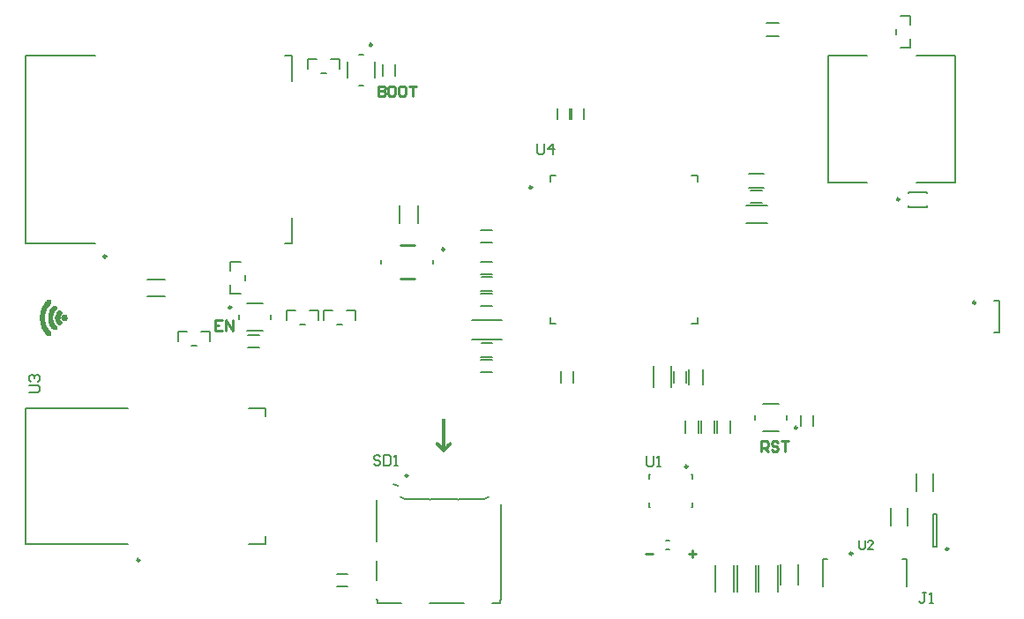
<source format=gto>
G04*
G04 #@! TF.GenerationSoftware,Altium Limited,Altium Designer,21.1.1 (26)*
G04*
G04 Layer_Color=65535*
%FSLAX44Y44*%
%MOMM*%
G71*
G04*
G04 #@! TF.SameCoordinates,E069ABF9-E8C7-48A9-8C9A-FF8294D84A43*
G04*
G04*
G04 #@! TF.FilePolarity,Positive*
G04*
G01*
G75*
%ADD10C,0.2500*%
%ADD11C,0.2000*%
%ADD12C,0.2540*%
G36*
X135195Y373508D02*
X135753D01*
Y373397D01*
X136089D01*
Y373285D01*
X136312D01*
Y373173D01*
X136424D01*
Y373061D01*
X136535D01*
Y372950D01*
X136647D01*
Y372838D01*
X136759D01*
Y372726D01*
X136870D01*
Y372615D01*
X136982D01*
Y372503D01*
X137094D01*
Y372391D01*
X137317D01*
Y372280D01*
X137429D01*
Y372056D01*
X137541D01*
Y371945D01*
X137652D01*
Y371721D01*
X137764D01*
Y371051D01*
X137876D01*
Y370381D01*
X137764D01*
Y370046D01*
X137652D01*
Y369934D01*
X137429D01*
Y369822D01*
X137205D01*
Y369711D01*
X137094D01*
Y369599D01*
X136982D01*
Y369487D01*
X136870D01*
Y369264D01*
X136759D01*
Y369040D01*
X136647D01*
Y368817D01*
X136535D01*
Y368705D01*
X136312D01*
Y368594D01*
X136089D01*
Y368482D01*
X135977D01*
Y368370D01*
X135865D01*
Y368259D01*
X135753D01*
Y367924D01*
X135642D01*
Y367365D01*
X135753D01*
Y367030D01*
X135865D01*
Y366807D01*
X135977D01*
Y366695D01*
X136647D01*
Y366807D01*
X136759D01*
Y366918D01*
X136870D01*
Y367142D01*
X136982D01*
Y367589D01*
X137094D01*
Y367924D01*
X137205D01*
Y368147D01*
X137317D01*
Y368259D01*
X137541D01*
Y368370D01*
X137764D01*
Y368482D01*
X137876D01*
Y368594D01*
X137987D01*
Y368705D01*
X138099D01*
Y368817D01*
X138211D01*
Y369152D01*
X138322D01*
Y369264D01*
X138434D01*
Y369376D01*
X138658D01*
Y369487D01*
X139328D01*
Y369376D01*
X141115D01*
Y369264D01*
X141450D01*
Y369152D01*
X141673D01*
Y369040D01*
X141785D01*
Y368929D01*
X141897D01*
Y368817D01*
X142008D01*
Y368482D01*
X142120D01*
Y368035D01*
X142232D01*
Y367589D01*
X142343D01*
Y367365D01*
X142455D01*
Y367253D01*
X142567D01*
Y367030D01*
X142678D01*
Y366918D01*
X142790D01*
Y366807D01*
X142902D01*
Y366695D01*
X143014D01*
Y365913D01*
X142902D01*
Y365801D01*
X142790D01*
Y365690D01*
X142678D01*
Y365578D01*
X142567D01*
Y365355D01*
X142455D01*
Y365243D01*
X142343D01*
Y365019D01*
X142232D01*
Y364573D01*
X142120D01*
Y364238D01*
X142008D01*
Y363903D01*
X141897D01*
Y363791D01*
X141785D01*
Y363679D01*
X141673D01*
Y363568D01*
X141562D01*
Y363456D01*
X141338D01*
Y363344D01*
X141003D01*
Y363232D01*
X139216D01*
Y363121D01*
X138769D01*
Y363232D01*
X138434D01*
Y363344D01*
X138322D01*
Y363568D01*
X138211D01*
Y363791D01*
X138099D01*
Y364014D01*
X137987D01*
Y364126D01*
X137764D01*
Y364238D01*
X137541D01*
Y364349D01*
X137317D01*
Y364461D01*
X137205D01*
Y364684D01*
X137094D01*
Y365019D01*
X136982D01*
Y365466D01*
X136870D01*
Y365690D01*
X136759D01*
Y365801D01*
X136647D01*
Y365913D01*
X136089D01*
Y365801D01*
X135977D01*
Y365690D01*
X135865D01*
Y365578D01*
X135753D01*
Y365243D01*
X135642D01*
Y364684D01*
X135753D01*
Y364349D01*
X135865D01*
Y364238D01*
X135977D01*
Y364126D01*
X136200D01*
Y364014D01*
X136312D01*
Y363903D01*
X136535D01*
Y363791D01*
X136647D01*
Y363568D01*
X136759D01*
Y363344D01*
X136870D01*
Y363121D01*
X136982D01*
Y363009D01*
X137094D01*
Y362897D01*
X137317D01*
Y362786D01*
X137541D01*
Y362674D01*
X137652D01*
Y362562D01*
X137764D01*
Y362339D01*
X137876D01*
Y361557D01*
X137764D01*
Y360998D01*
X137652D01*
Y360775D01*
X137541D01*
Y360552D01*
X137429D01*
Y360440D01*
X137317D01*
Y360328D01*
X137205D01*
Y360217D01*
X137094D01*
Y360105D01*
X136982D01*
Y359993D01*
X136870D01*
Y359882D01*
X136647D01*
Y359770D01*
X136535D01*
Y359658D01*
X136424D01*
Y359547D01*
X136312D01*
Y359435D01*
X136089D01*
Y359323D01*
X135753D01*
Y359211D01*
X135418D01*
Y359100D01*
X134860D01*
Y358988D01*
X134637D01*
Y359100D01*
X134302D01*
Y359211D01*
X134190D01*
Y359323D01*
X134078D01*
Y359435D01*
X133966D01*
Y359547D01*
X133855D01*
Y359658D01*
X133631D01*
Y359770D01*
X133520D01*
Y359882D01*
X133296D01*
Y359993D01*
X133184D01*
Y360105D01*
X132961D01*
Y360217D01*
X132850D01*
Y360328D01*
X132738D01*
Y360552D01*
X132626D01*
Y360663D01*
X132514D01*
Y360775D01*
X132403D01*
Y360887D01*
X132291D01*
Y360998D01*
X132179D01*
Y361110D01*
X132068D01*
Y361222D01*
X131956D01*
Y361334D01*
X131844D01*
Y361557D01*
X131733D01*
Y362562D01*
X131621D01*
Y362897D01*
X131509D01*
Y363009D01*
X131397D01*
Y363121D01*
X131286D01*
Y363232D01*
X131174D01*
Y363344D01*
X131062D01*
Y363456D01*
X130951D01*
Y363568D01*
X130839D01*
Y363791D01*
X130727D01*
Y364908D01*
X130616D01*
Y367700D01*
X130727D01*
Y368929D01*
X130839D01*
Y369040D01*
X130951D01*
Y369264D01*
X131174D01*
Y369376D01*
X131286D01*
Y369487D01*
X131397D01*
Y369599D01*
X131509D01*
Y369711D01*
X131621D01*
Y370046D01*
X131733D01*
Y371051D01*
X131844D01*
Y371274D01*
X131956D01*
Y371386D01*
X132068D01*
Y371498D01*
X132179D01*
Y371609D01*
X132291D01*
Y371721D01*
X132403D01*
Y371833D01*
X132514D01*
Y371945D01*
X132626D01*
Y372056D01*
X132738D01*
Y372280D01*
X132850D01*
Y372391D01*
X132961D01*
Y372503D01*
X133073D01*
Y372615D01*
X133296D01*
Y372726D01*
X133408D01*
Y372838D01*
X133631D01*
Y372950D01*
X133743D01*
Y373061D01*
X133855D01*
Y373173D01*
X133966D01*
Y373285D01*
X134078D01*
Y373397D01*
X134190D01*
Y373508D01*
X134413D01*
Y373620D01*
X135195D01*
Y373508D01*
D02*
G37*
G36*
X129610Y377976D02*
X131397D01*
Y377864D01*
X131733D01*
Y377753D01*
X131956D01*
Y377641D01*
X132068D01*
Y377529D01*
X132179D01*
Y377417D01*
X132291D01*
Y377194D01*
X132403D01*
Y376971D01*
X132514D01*
Y374402D01*
X132403D01*
Y374290D01*
X132291D01*
Y374178D01*
X132179D01*
Y374067D01*
X132068D01*
Y373955D01*
X131956D01*
Y373843D01*
X131844D01*
Y373732D01*
X131733D01*
Y373620D01*
X131621D01*
Y373508D01*
X131509D01*
Y373397D01*
X131397D01*
Y373173D01*
X131286D01*
Y373061D01*
X131174D01*
Y372950D01*
X130951D01*
Y372838D01*
X130839D01*
Y372726D01*
X130727D01*
Y372615D01*
X130616D01*
Y372503D01*
X130504D01*
Y372280D01*
X130392D01*
Y371945D01*
X130281D01*
Y371609D01*
X130169D01*
Y371386D01*
X130057D01*
Y371163D01*
X129945D01*
Y371051D01*
X129834D01*
Y370939D01*
X129722D01*
Y370716D01*
X129610D01*
Y370604D01*
X129499D01*
Y370381D01*
X129387D01*
Y369934D01*
X129275D01*
Y369487D01*
X129164D01*
Y369040D01*
X129052D01*
Y368370D01*
X128940D01*
Y368035D01*
X128828D01*
Y367812D01*
X128717D01*
Y367700D01*
X128605D01*
Y367477D01*
X128493D01*
Y367365D01*
X128382D01*
Y367030D01*
X128270D01*
Y365578D01*
X128382D01*
Y365243D01*
X128493D01*
Y365131D01*
X128605D01*
Y364908D01*
X128717D01*
Y364796D01*
X128828D01*
Y364573D01*
X128940D01*
Y364349D01*
X129052D01*
Y363791D01*
X129164D01*
Y363121D01*
X129275D01*
Y362674D01*
X129387D01*
Y362227D01*
X129499D01*
Y362004D01*
X129610D01*
Y361892D01*
X129722D01*
Y361780D01*
X129834D01*
Y361669D01*
X129945D01*
Y361445D01*
X130057D01*
Y361334D01*
X130169D01*
Y361110D01*
X130281D01*
Y360663D01*
X130392D01*
Y360328D01*
X130504D01*
Y360105D01*
X130616D01*
Y359993D01*
X130727D01*
Y359882D01*
X130839D01*
Y359770D01*
X131062D01*
Y359658D01*
X131174D01*
Y359547D01*
X131286D01*
Y359435D01*
X131397D01*
Y359323D01*
X131509D01*
Y359100D01*
X131621D01*
Y358988D01*
X131733D01*
Y358876D01*
X131844D01*
Y358765D01*
X131956D01*
Y358653D01*
X132179D01*
Y358541D01*
X132291D01*
Y358430D01*
X132403D01*
Y358206D01*
X132514D01*
Y357983D01*
X132626D01*
Y357536D01*
X132514D01*
Y356531D01*
X132626D01*
Y356419D01*
X132514D01*
Y355749D01*
X132403D01*
Y355414D01*
X132291D01*
Y355302D01*
X132179D01*
Y355079D01*
X132068D01*
Y354967D01*
X131844D01*
Y354855D01*
X131733D01*
Y354744D01*
X131397D01*
Y354632D01*
X129499D01*
Y354520D01*
X129275D01*
Y354632D01*
X128828D01*
Y354744D01*
X128717D01*
Y354855D01*
X128605D01*
Y354967D01*
X128493D01*
Y355191D01*
X128382D01*
Y355302D01*
X128270D01*
Y355414D01*
X128158D01*
Y355526D01*
X128047D01*
Y355637D01*
X127823D01*
Y355749D01*
X127711D01*
Y355861D01*
X127600D01*
Y355972D01*
X127488D01*
Y356084D01*
X127376D01*
Y356307D01*
X127265D01*
Y356419D01*
X127153D01*
Y356531D01*
X127041D01*
Y356642D01*
X126930D01*
Y356754D01*
X126818D01*
Y356866D01*
X126595D01*
Y356978D01*
X126483D01*
Y357201D01*
X126371D01*
Y357313D01*
X126259D01*
Y357536D01*
X126148D01*
Y357759D01*
X126036D01*
Y357983D01*
X125924D01*
Y358094D01*
X125813D01*
Y358206D01*
X125701D01*
Y358318D01*
X125589D01*
Y358430D01*
X125478D01*
Y358653D01*
X125366D01*
Y358988D01*
X125254D01*
Y360663D01*
X125143D01*
Y360775D01*
X125031D01*
Y360887D01*
X124919D01*
Y360998D01*
X124808D01*
Y361110D01*
X124584D01*
Y361222D01*
X124472D01*
Y361334D01*
X124361D01*
Y361445D01*
X124249D01*
Y361780D01*
X124137D01*
Y362562D01*
X124249D01*
Y370046D01*
X124137D01*
Y370939D01*
X124249D01*
Y371163D01*
X124361D01*
Y371274D01*
X124472D01*
Y371386D01*
X124584D01*
Y371498D01*
X124808D01*
Y371609D01*
X124919D01*
Y371721D01*
X125031D01*
Y371833D01*
X125143D01*
Y371945D01*
X125254D01*
Y373732D01*
X125366D01*
Y374067D01*
X125478D01*
Y374290D01*
X125589D01*
Y374402D01*
X125701D01*
Y374514D01*
X125813D01*
Y374625D01*
X125924D01*
Y374737D01*
X126036D01*
Y374849D01*
X126148D01*
Y375072D01*
X126259D01*
Y375295D01*
X126371D01*
Y375519D01*
X126483D01*
Y375630D01*
X126595D01*
Y375742D01*
X126818D01*
Y375854D01*
X126930D01*
Y375965D01*
X127041D01*
Y376077D01*
X127153D01*
Y376189D01*
X127265D01*
Y376301D01*
X127376D01*
Y376524D01*
X127488D01*
Y376636D01*
X127600D01*
Y376747D01*
X127711D01*
Y376859D01*
X127823D01*
Y376971D01*
X128047D01*
Y377082D01*
X128158D01*
Y377194D01*
X128270D01*
Y377306D01*
X128382D01*
Y377417D01*
X128493D01*
Y377641D01*
X128605D01*
Y377753D01*
X128717D01*
Y377864D01*
X128828D01*
Y377976D01*
X129052D01*
Y378088D01*
X129610D01*
Y377976D01*
D02*
G37*
G36*
X126706Y382891D02*
X126818D01*
Y382667D01*
X126930D01*
Y382444D01*
X127041D01*
Y382220D01*
X127153D01*
Y381774D01*
X127265D01*
Y380880D01*
X127153D01*
Y380210D01*
X127041D01*
Y379986D01*
X126930D01*
Y379763D01*
X126818D01*
Y379651D01*
X126706D01*
Y379540D01*
X126595D01*
Y379428D01*
X126483D01*
Y379316D01*
X126259D01*
Y379093D01*
X126148D01*
Y378981D01*
X126036D01*
Y378870D01*
X125924D01*
Y378646D01*
X125813D01*
Y378535D01*
X125701D01*
Y378423D01*
X125589D01*
Y378311D01*
X125366D01*
Y378088D01*
X125254D01*
Y377976D01*
X125143D01*
Y377864D01*
X125031D01*
Y377641D01*
X124919D01*
Y377529D01*
X124808D01*
Y377417D01*
X124696D01*
Y377306D01*
X124584D01*
Y377194D01*
X124472D01*
Y377082D01*
X124249D01*
Y376971D01*
X124137D01*
Y376747D01*
X124026D01*
Y376524D01*
X123914D01*
Y376077D01*
X123802D01*
Y375854D01*
X123691D01*
Y375630D01*
X123579D01*
Y375519D01*
X123467D01*
Y375407D01*
X123356D01*
Y375295D01*
X123244D01*
Y375184D01*
X123132D01*
Y374960D01*
X123020D01*
Y374737D01*
X122909D01*
Y374290D01*
X122797D01*
Y373843D01*
X122685D01*
Y373620D01*
X122574D01*
Y373508D01*
X122462D01*
Y373397D01*
X122350D01*
Y373173D01*
X122239D01*
Y373061D01*
X122127D01*
Y372950D01*
X122015D01*
Y372726D01*
X121903D01*
Y372280D01*
X121792D01*
Y371386D01*
X121680D01*
Y370716D01*
X121568D01*
Y370381D01*
X121457D01*
Y370157D01*
X121345D01*
Y370046D01*
X121233D01*
Y369934D01*
X121122D01*
Y369822D01*
X121010D01*
Y369599D01*
X120898D01*
Y369376D01*
X120787D01*
Y363232D01*
X120898D01*
Y363009D01*
X121010D01*
Y362897D01*
X121122D01*
Y362786D01*
X121233D01*
Y362562D01*
X121345D01*
Y362451D01*
X121457D01*
Y362339D01*
X121568D01*
Y362004D01*
X121680D01*
Y361334D01*
X121792D01*
Y360328D01*
X121903D01*
Y359882D01*
X122015D01*
Y359658D01*
X122127D01*
Y359547D01*
X122239D01*
Y359435D01*
X122350D01*
Y359323D01*
X122462D01*
Y359211D01*
X122574D01*
Y358988D01*
X122685D01*
Y358765D01*
X122797D01*
Y358318D01*
X122909D01*
Y357983D01*
X123020D01*
Y357648D01*
X123132D01*
Y357536D01*
X123244D01*
Y357424D01*
X123356D01*
Y357313D01*
X123467D01*
Y357201D01*
X123579D01*
Y356978D01*
X123691D01*
Y356866D01*
X123802D01*
Y356531D01*
X123914D01*
Y356084D01*
X124026D01*
Y355861D01*
X124137D01*
Y355749D01*
X124249D01*
Y355637D01*
X124361D01*
Y355526D01*
X124472D01*
Y355414D01*
X124584D01*
Y355302D01*
X124808D01*
Y355191D01*
X124919D01*
Y354967D01*
X125031D01*
Y354855D01*
X125143D01*
Y354632D01*
X125254D01*
Y354520D01*
X125366D01*
Y354409D01*
X125478D01*
Y354297D01*
X125589D01*
Y354185D01*
X125701D01*
Y354073D01*
X125813D01*
Y353962D01*
X125924D01*
Y353850D01*
X126036D01*
Y353738D01*
X126148D01*
Y353515D01*
X126259D01*
Y353403D01*
X126371D01*
Y353292D01*
X126483D01*
Y353180D01*
X126706D01*
Y353068D01*
X126818D01*
Y352957D01*
X126930D01*
Y352733D01*
X127041D01*
Y352510D01*
X127153D01*
Y351616D01*
X127265D01*
Y350834D01*
X127153D01*
Y350499D01*
X127041D01*
Y350276D01*
X126930D01*
Y350052D01*
X126818D01*
Y349941D01*
X126706D01*
Y349717D01*
X126595D01*
Y349159D01*
X122574D01*
Y349606D01*
X122462D01*
Y349829D01*
X122350D01*
Y350052D01*
X122239D01*
Y350164D01*
X122127D01*
Y350276D01*
X122015D01*
Y350388D01*
X121903D01*
Y350499D01*
X121792D01*
Y350611D01*
X121568D01*
Y350723D01*
X121457D01*
Y350834D01*
X121345D01*
Y351058D01*
X121233D01*
Y351281D01*
X121122D01*
Y351616D01*
X121010D01*
Y351951D01*
X120898D01*
Y352175D01*
X120787D01*
Y352286D01*
X120675D01*
Y352398D01*
X120451D01*
Y352510D01*
X120228D01*
Y352621D01*
X120116D01*
Y352733D01*
X120005D01*
Y352957D01*
X119893D01*
Y353180D01*
X119781D01*
Y353403D01*
X119670D01*
Y353515D01*
X119558D01*
Y353627D01*
X119446D01*
Y353738D01*
X119334D01*
Y353850D01*
X119223D01*
Y353962D01*
X119111D01*
Y354073D01*
X118999D01*
Y354409D01*
X118888D01*
Y355079D01*
X118776D01*
Y355414D01*
X118664D01*
Y355637D01*
X118553D01*
Y355749D01*
X118441D01*
Y355861D01*
X118218D01*
Y355972D01*
X118106D01*
Y356084D01*
X117994D01*
Y356307D01*
X117882D01*
Y356531D01*
X117771D01*
Y358430D01*
X117659D01*
Y358653D01*
X117547D01*
Y358765D01*
X117436D01*
Y358876D01*
X117324D01*
Y358988D01*
X117101D01*
Y359100D01*
X116989D01*
Y359211D01*
X116877D01*
Y359323D01*
X116766D01*
Y359658D01*
X116654D01*
Y361669D01*
X116766D01*
Y362451D01*
X116654D01*
Y362897D01*
X116542D01*
Y363121D01*
X116431D01*
Y363232D01*
X116319D01*
Y363456D01*
X116207D01*
Y363568D01*
X116095D01*
Y363679D01*
X115984D01*
Y364014D01*
X115872D01*
Y364573D01*
X115984D01*
Y368035D01*
X115872D01*
Y368594D01*
X115984D01*
Y368929D01*
X116095D01*
Y369040D01*
X116207D01*
Y369152D01*
X116319D01*
Y369376D01*
X116431D01*
Y369487D01*
X116542D01*
Y369711D01*
X116654D01*
Y370157D01*
X116766D01*
Y370939D01*
X116654D01*
Y373061D01*
X116766D01*
Y373285D01*
X116877D01*
Y373508D01*
X117101D01*
Y373620D01*
X117212D01*
Y373732D01*
X117436D01*
Y373843D01*
X117547D01*
Y373955D01*
X117659D01*
Y374178D01*
X117771D01*
Y376189D01*
X117882D01*
Y376412D01*
X117994D01*
Y376524D01*
X118106D01*
Y376636D01*
X118218D01*
Y376747D01*
X118329D01*
Y376859D01*
X118441D01*
Y376971D01*
X118553D01*
Y377082D01*
X118664D01*
Y377194D01*
X118776D01*
Y377529D01*
X118888D01*
Y378311D01*
X118999D01*
Y378535D01*
X119111D01*
Y378758D01*
X119334D01*
Y378870D01*
X119446D01*
Y378981D01*
X119558D01*
Y379093D01*
X119670D01*
Y379316D01*
X119781D01*
Y379540D01*
X119893D01*
Y379651D01*
X120005D01*
Y379875D01*
X120116D01*
Y379986D01*
X120228D01*
Y380098D01*
X120451D01*
Y380210D01*
X120563D01*
Y380322D01*
X120787D01*
Y380545D01*
X120898D01*
Y380657D01*
X121010D01*
Y381103D01*
X121122D01*
Y381438D01*
X121233D01*
Y381662D01*
X121345D01*
Y381774D01*
X121457D01*
Y381885D01*
X121568D01*
Y381997D01*
X121680D01*
Y382109D01*
X121792D01*
Y382220D01*
X121903D01*
Y382332D01*
X122015D01*
Y382444D01*
X122127D01*
Y382555D01*
X122239D01*
Y382667D01*
X122350D01*
Y383002D01*
X122462D01*
Y383449D01*
X126706D01*
Y382891D01*
D02*
G37*
G36*
X503565Y269600D02*
X503693D01*
Y269584D01*
X503884D01*
Y269568D01*
X503948D01*
Y269552D01*
X504012D01*
Y269536D01*
X504060D01*
Y269520D01*
X504124D01*
Y269504D01*
X504203D01*
Y269488D01*
X504267D01*
Y269472D01*
X504331D01*
Y269456D01*
X504379D01*
Y269440D01*
X504411D01*
Y269424D01*
X504443D01*
Y269408D01*
X504459D01*
Y269392D01*
X504491D01*
Y269376D01*
X504523D01*
Y269360D01*
X504554D01*
Y269345D01*
X504586D01*
Y269328D01*
X504618D01*
Y269313D01*
X504650D01*
Y269297D01*
X504682D01*
Y269281D01*
X504698D01*
Y269265D01*
X504714D01*
Y269249D01*
X504730D01*
Y269233D01*
X504762D01*
Y269217D01*
X504778D01*
Y269201D01*
X504810D01*
Y269185D01*
X504842D01*
Y269169D01*
X504858D01*
Y269153D01*
X504874D01*
Y269137D01*
X504906D01*
Y269121D01*
X504921D01*
Y269105D01*
X504938D01*
Y269089D01*
X504953D01*
Y269073D01*
X504969D01*
Y269057D01*
X504985D01*
Y269041D01*
X505001D01*
Y269025D01*
X505017D01*
Y269009D01*
X505033D01*
Y268993D01*
X505049D01*
Y268977D01*
X505065D01*
Y268962D01*
X505081D01*
Y268946D01*
X505097D01*
Y268930D01*
X505113D01*
Y268914D01*
X505129D01*
Y268898D01*
X505145D01*
Y268866D01*
X505161D01*
Y268850D01*
X505177D01*
Y268834D01*
X505193D01*
Y268802D01*
X505209D01*
Y268786D01*
X505225D01*
Y268770D01*
X505241D01*
Y268754D01*
X505257D01*
Y268722D01*
X505273D01*
Y268706D01*
X505289D01*
Y268690D01*
X505304D01*
Y268658D01*
X505321D01*
Y268610D01*
X505336D01*
Y268578D01*
X505352D01*
Y268547D01*
X505368D01*
Y268515D01*
X505384D01*
Y268499D01*
X505400D01*
Y268483D01*
X505416D01*
Y268467D01*
X505432D01*
Y268435D01*
X505448D01*
Y268387D01*
X505464D01*
Y268339D01*
X505480D01*
Y268291D01*
X505496D01*
Y268243D01*
X505512D01*
Y268211D01*
X505528D01*
Y268179D01*
X505544D01*
Y268148D01*
X505560D01*
Y268100D01*
X505576D01*
Y268052D01*
X505592D01*
Y267956D01*
X505608D01*
Y267828D01*
X505624D01*
Y265865D01*
X505608D01*
Y263360D01*
X505624D01*
Y260886D01*
X505608D01*
Y258397D01*
X505624D01*
Y255875D01*
X505608D01*
Y253370D01*
X505624D01*
Y250912D01*
X505608D01*
Y248375D01*
X505624D01*
Y245933D01*
X505608D01*
Y243683D01*
X505624D01*
Y243667D01*
X505640D01*
Y243651D01*
X505719D01*
Y243667D01*
X505735D01*
Y243683D01*
X505751D01*
Y243699D01*
X505767D01*
Y243715D01*
X505783D01*
Y243731D01*
X505799D01*
Y243747D01*
X505815D01*
Y243779D01*
X505831D01*
Y243795D01*
X505847D01*
Y243811D01*
X505863D01*
Y243827D01*
X505879D01*
Y243843D01*
X505895D01*
Y243874D01*
X505911D01*
Y243890D01*
X505927D01*
Y243906D01*
X505943D01*
Y243922D01*
X505959D01*
Y243938D01*
X505975D01*
Y243954D01*
X505991D01*
Y243970D01*
X506023D01*
Y244002D01*
X506039D01*
Y244018D01*
X506055D01*
Y244034D01*
X506071D01*
Y244050D01*
X506087D01*
Y244066D01*
X506102D01*
Y244082D01*
X506118D01*
Y244098D01*
X506134D01*
Y244114D01*
X506150D01*
Y244130D01*
X506166D01*
Y244146D01*
X506182D01*
Y244162D01*
X506198D01*
Y244178D01*
X506214D01*
Y244194D01*
X506230D01*
Y244226D01*
X506246D01*
Y244242D01*
X506262D01*
Y244258D01*
X506278D01*
Y244273D01*
X506294D01*
Y244289D01*
X506310D01*
Y244305D01*
X506326D01*
Y244321D01*
X506342D01*
Y244337D01*
X506358D01*
Y244353D01*
X506374D01*
Y244369D01*
X506390D01*
Y244385D01*
X506406D01*
Y244401D01*
X506438D01*
Y244417D01*
X506454D01*
Y244433D01*
X506469D01*
Y244449D01*
X506485D01*
Y244465D01*
X506501D01*
Y244481D01*
X506517D01*
Y244497D01*
X506533D01*
Y244513D01*
X506549D01*
Y244545D01*
X506565D01*
Y244561D01*
X506581D01*
Y244577D01*
X506613D01*
Y244593D01*
X506629D01*
Y244609D01*
X506645D01*
Y244625D01*
X506661D01*
Y244641D01*
X506677D01*
Y244657D01*
X506693D01*
Y244688D01*
X506709D01*
Y244704D01*
X506725D01*
Y244720D01*
X506741D01*
Y244736D01*
X506757D01*
Y244752D01*
X506773D01*
Y244768D01*
X506789D01*
Y244784D01*
X506805D01*
Y244800D01*
X506821D01*
Y244816D01*
X506837D01*
Y244832D01*
X506852D01*
Y244848D01*
X506869D01*
Y244864D01*
X506884D01*
Y244880D01*
X506900D01*
Y244896D01*
X506916D01*
Y244912D01*
X506932D01*
Y244928D01*
X506948D01*
Y244944D01*
X506964D01*
Y244960D01*
X506980D01*
Y244976D01*
X506996D01*
Y244992D01*
X507012D01*
Y245007D01*
X507028D01*
Y245023D01*
X507044D01*
Y245040D01*
X507060D01*
Y245055D01*
X507076D01*
Y245071D01*
X507092D01*
Y245087D01*
X507108D01*
Y245103D01*
X507124D01*
Y245119D01*
X507140D01*
Y245135D01*
X507156D01*
Y245151D01*
X507172D01*
Y245167D01*
X507188D01*
Y245183D01*
X507204D01*
Y245199D01*
X507220D01*
Y245215D01*
X507235D01*
Y245231D01*
X507252D01*
Y245247D01*
X507267D01*
Y245263D01*
X507283D01*
Y245279D01*
X507299D01*
Y245295D01*
X507315D01*
Y245311D01*
X507331D01*
Y245327D01*
X507347D01*
Y245343D01*
X507363D01*
Y245359D01*
X507379D01*
Y245375D01*
X507395D01*
Y245390D01*
X507411D01*
Y245406D01*
X507427D01*
Y245422D01*
X507443D01*
Y245438D01*
X507459D01*
Y245454D01*
X507475D01*
Y245470D01*
X507491D01*
Y245486D01*
X507507D01*
Y245502D01*
X507523D01*
Y245518D01*
X507539D01*
Y245534D01*
X507555D01*
Y245550D01*
X507587D01*
Y245566D01*
X507603D01*
Y245598D01*
X507618D01*
Y245614D01*
X507635D01*
Y245630D01*
X507650D01*
Y245646D01*
X507666D01*
Y245662D01*
X507682D01*
Y245678D01*
X507698D01*
Y245694D01*
X507714D01*
Y245710D01*
X507730D01*
Y245726D01*
X507746D01*
Y245742D01*
X507762D01*
Y245758D01*
X507778D01*
Y245774D01*
X507794D01*
Y245790D01*
X507810D01*
Y245805D01*
X507826D01*
Y245821D01*
X507842D01*
Y245837D01*
X507858D01*
Y245853D01*
X507874D01*
Y245869D01*
X507906D01*
Y245885D01*
X507922D01*
Y245901D01*
X507938D01*
Y245917D01*
X507970D01*
Y245933D01*
X507986D01*
Y245949D01*
X508002D01*
Y245965D01*
X508018D01*
Y245981D01*
X508033D01*
Y245997D01*
X508049D01*
Y246029D01*
X508065D01*
Y246045D01*
X508097D01*
Y246061D01*
X508113D01*
Y246077D01*
X508129D01*
Y246093D01*
X508145D01*
Y246109D01*
X508161D01*
Y246125D01*
X508177D01*
Y246141D01*
X508193D01*
Y246157D01*
X508209D01*
Y246173D01*
X508225D01*
Y246189D01*
X508241D01*
Y246204D01*
X508257D01*
Y246220D01*
X508273D01*
Y246236D01*
X508289D01*
Y246252D01*
X508305D01*
Y246268D01*
X508321D01*
Y246284D01*
X508337D01*
Y246300D01*
X508353D01*
Y246316D01*
X508369D01*
Y246332D01*
X508385D01*
Y246348D01*
X508400D01*
Y246364D01*
X508416D01*
Y246380D01*
X508432D01*
Y246396D01*
X508448D01*
Y246412D01*
X508464D01*
Y246428D01*
X508480D01*
Y246444D01*
X508496D01*
Y246460D01*
X508512D01*
Y246492D01*
X508528D01*
Y246508D01*
X508544D01*
Y246524D01*
X508576D01*
Y246540D01*
X508592D01*
Y246556D01*
X508608D01*
Y246572D01*
X508624D01*
Y246587D01*
X508640D01*
Y246603D01*
X508656D01*
Y246635D01*
X508672D01*
Y246651D01*
X508688D01*
Y246667D01*
X508704D01*
Y246683D01*
X508720D01*
Y246699D01*
X508736D01*
Y246715D01*
X508752D01*
Y246731D01*
X508768D01*
Y246747D01*
X508783D01*
Y246763D01*
X508800D01*
Y246779D01*
X508815D01*
Y246795D01*
X508831D01*
Y246811D01*
X508847D01*
Y246827D01*
X508879D01*
Y246843D01*
X508927D01*
Y246859D01*
X508943D01*
Y246875D01*
X508975D01*
Y246891D01*
X508991D01*
Y246907D01*
X509007D01*
Y246923D01*
X509023D01*
Y246938D01*
X509055D01*
Y246954D01*
X509087D01*
Y246970D01*
X509119D01*
Y246986D01*
X509166D01*
Y247002D01*
X509198D01*
Y247018D01*
X509246D01*
Y247034D01*
X509278D01*
Y247050D01*
X509310D01*
Y247066D01*
X509342D01*
Y247082D01*
X509390D01*
Y247098D01*
X509470D01*
Y247114D01*
X509581D01*
Y247130D01*
X509741D01*
Y247146D01*
X509933D01*
Y247130D01*
X510060D01*
Y247114D01*
X510188D01*
Y247098D01*
X510284D01*
Y247082D01*
X510316D01*
Y247066D01*
X510348D01*
Y247050D01*
X510363D01*
Y247034D01*
X510379D01*
Y247018D01*
X510411D01*
Y247002D01*
X510459D01*
Y246986D01*
X510523D01*
Y246970D01*
X510571D01*
Y246954D01*
X510603D01*
Y246938D01*
X510635D01*
Y246923D01*
X510651D01*
Y246907D01*
X510667D01*
Y246891D01*
X510683D01*
Y246875D01*
X510699D01*
Y246859D01*
X510731D01*
Y246843D01*
X510762D01*
Y246827D01*
X510778D01*
Y246811D01*
X510810D01*
Y246795D01*
X510826D01*
Y246779D01*
X510842D01*
Y246763D01*
X510858D01*
Y246747D01*
X510874D01*
Y246731D01*
X510890D01*
Y246715D01*
X510906D01*
Y246699D01*
X510938D01*
Y246683D01*
X510954D01*
Y246667D01*
X510970D01*
Y246651D01*
X510986D01*
Y246619D01*
X511002D01*
Y246603D01*
X511018D01*
Y246572D01*
X511034D01*
Y246556D01*
X511050D01*
Y246540D01*
X511066D01*
Y246524D01*
X511082D01*
Y246508D01*
X511097D01*
Y246492D01*
X511114D01*
Y246460D01*
X511129D01*
Y246444D01*
X511145D01*
Y246412D01*
X511161D01*
Y246380D01*
X511177D01*
Y246348D01*
X511193D01*
Y246332D01*
X511209D01*
Y246316D01*
X511225D01*
Y246300D01*
X511241D01*
Y246284D01*
X511257D01*
Y246252D01*
X511273D01*
Y246204D01*
X511289D01*
Y246157D01*
X511305D01*
Y246109D01*
X511321D01*
Y246061D01*
X511337D01*
Y246013D01*
X511353D01*
Y245981D01*
X511369D01*
Y245949D01*
X511385D01*
Y245917D01*
X511401D01*
Y245901D01*
X511417D01*
Y245853D01*
X511433D01*
Y245790D01*
X511449D01*
Y245279D01*
X511433D01*
Y245167D01*
X511417D01*
Y245103D01*
X511401D01*
Y245071D01*
X511385D01*
Y245023D01*
X511369D01*
Y244992D01*
X511353D01*
Y244960D01*
X511337D01*
Y244912D01*
X511321D01*
Y244864D01*
X511305D01*
Y244816D01*
X511289D01*
Y244768D01*
X511273D01*
Y244736D01*
X511257D01*
Y244720D01*
X511241D01*
Y244704D01*
X511225D01*
Y244688D01*
X511209D01*
Y244672D01*
X511193D01*
Y244641D01*
X511177D01*
Y244609D01*
X511161D01*
Y244593D01*
X511145D01*
Y244561D01*
X511129D01*
Y244529D01*
X511114D01*
Y244513D01*
X511082D01*
Y244497D01*
X511066D01*
Y244481D01*
X511050D01*
Y244465D01*
X511034D01*
Y244449D01*
X511018D01*
Y244433D01*
X511002D01*
Y244417D01*
X510986D01*
Y244401D01*
X510970D01*
Y244385D01*
X510954D01*
Y244369D01*
X510938D01*
Y244353D01*
X510922D01*
Y244337D01*
X510906D01*
Y244321D01*
X510890D01*
Y244305D01*
X510874D01*
Y244289D01*
X510858D01*
Y244258D01*
X510842D01*
Y244242D01*
X510826D01*
Y244226D01*
X510810D01*
Y244210D01*
X510778D01*
Y244194D01*
X510762D01*
Y244178D01*
X510746D01*
Y244162D01*
X510731D01*
Y244146D01*
X510714D01*
Y244130D01*
X510699D01*
Y244114D01*
X510683D01*
Y244098D01*
X510667D01*
Y244066D01*
X510651D01*
Y244050D01*
X510619D01*
Y244034D01*
X510603D01*
Y244018D01*
X510587D01*
Y244002D01*
X510571D01*
Y243986D01*
X510555D01*
Y243970D01*
X510539D01*
Y243954D01*
X510523D01*
Y243922D01*
X510507D01*
Y243906D01*
X510491D01*
Y243890D01*
X510475D01*
Y243874D01*
X510459D01*
Y243859D01*
X510443D01*
Y243843D01*
X510427D01*
Y243827D01*
X510411D01*
Y243811D01*
X510395D01*
Y243795D01*
X510379D01*
Y243779D01*
X510363D01*
Y243763D01*
X510348D01*
Y243747D01*
X510316D01*
Y243731D01*
X510300D01*
Y243715D01*
X510284D01*
Y243699D01*
X510268D01*
Y243683D01*
X510252D01*
Y243667D01*
X510236D01*
Y243635D01*
X510220D01*
Y243619D01*
X510204D01*
Y243603D01*
X510188D01*
Y243587D01*
X510172D01*
Y243571D01*
X510140D01*
Y243555D01*
X510124D01*
Y243539D01*
X510108D01*
Y243523D01*
X510092D01*
Y243507D01*
X510076D01*
Y243475D01*
X510060D01*
Y243460D01*
X510044D01*
Y243444D01*
X510028D01*
Y243428D01*
X510012D01*
Y243412D01*
X509996D01*
Y243396D01*
X509980D01*
Y243380D01*
X509964D01*
Y243364D01*
X509949D01*
Y243348D01*
X509933D01*
Y243316D01*
X509917D01*
Y243300D01*
X509901D01*
Y243284D01*
X509885D01*
Y243268D01*
X509869D01*
Y243252D01*
X509853D01*
Y243236D01*
X509837D01*
Y243220D01*
X509821D01*
Y243204D01*
X509805D01*
Y243188D01*
X509789D01*
Y243172D01*
X509773D01*
Y243156D01*
X509757D01*
Y243140D01*
X509741D01*
Y243124D01*
X509725D01*
Y243109D01*
X509709D01*
Y243092D01*
X509677D01*
Y243077D01*
X509661D01*
Y243045D01*
X509645D01*
Y243029D01*
X509629D01*
Y243013D01*
X509613D01*
Y242997D01*
X509597D01*
Y242981D01*
X509581D01*
Y242965D01*
X509566D01*
Y242949D01*
X509549D01*
Y242933D01*
X509534D01*
Y242917D01*
X509518D01*
Y242901D01*
X509502D01*
Y242885D01*
X509486D01*
Y242869D01*
X509470D01*
Y242853D01*
X509454D01*
Y242837D01*
X509438D01*
Y242821D01*
X509422D01*
Y242805D01*
X509406D01*
Y242789D01*
X509390D01*
Y242773D01*
X509358D01*
Y242741D01*
X509342D01*
Y242725D01*
X509326D01*
Y242710D01*
X509310D01*
Y242694D01*
X509294D01*
Y242678D01*
X509278D01*
Y242662D01*
X509262D01*
Y242646D01*
X509246D01*
Y242630D01*
X509230D01*
Y242614D01*
X509214D01*
Y242598D01*
X509198D01*
Y242582D01*
X509183D01*
Y242566D01*
X509166D01*
Y242550D01*
X509151D01*
Y242534D01*
X509135D01*
Y242518D01*
X509119D01*
Y242502D01*
X509103D01*
Y242486D01*
X509087D01*
Y242470D01*
X509055D01*
Y242454D01*
X509039D01*
Y242422D01*
X509023D01*
Y242406D01*
X509007D01*
Y242390D01*
X508991D01*
Y242374D01*
X508975D01*
Y242358D01*
X508959D01*
Y242342D01*
X508943D01*
Y242327D01*
X508927D01*
Y242311D01*
X508895D01*
Y242279D01*
X508879D01*
Y242263D01*
X508863D01*
Y242247D01*
X508847D01*
Y242231D01*
X508831D01*
Y242215D01*
X508815D01*
Y242199D01*
X508800D01*
Y242183D01*
X508783D01*
Y242167D01*
X508768D01*
Y242151D01*
X508752D01*
Y242135D01*
X508736D01*
Y242119D01*
X508720D01*
Y242103D01*
X508704D01*
Y242087D01*
X508688D01*
Y242071D01*
X508672D01*
Y242055D01*
X508656D01*
Y242039D01*
X508624D01*
Y242023D01*
X508608D01*
Y242007D01*
X508592D01*
Y241991D01*
X508576D01*
Y241975D01*
X508560D01*
Y241959D01*
X508544D01*
Y241943D01*
X508528D01*
Y241928D01*
X508512D01*
Y241912D01*
X508496D01*
Y241896D01*
X508480D01*
Y241880D01*
X508464D01*
Y241864D01*
X508432D01*
Y241848D01*
X508416D01*
Y241816D01*
X508400D01*
Y241800D01*
X508385D01*
Y241784D01*
X508369D01*
Y241768D01*
X508353D01*
Y241752D01*
X508337D01*
Y241736D01*
X508321D01*
Y241720D01*
X508305D01*
Y241704D01*
X508289D01*
Y241688D01*
X508273D01*
Y241672D01*
X508257D01*
Y241656D01*
X508241D01*
Y241640D01*
X508225D01*
Y241624D01*
X508209D01*
Y241608D01*
X508193D01*
Y241592D01*
X508177D01*
Y241576D01*
X508161D01*
Y241560D01*
X508145D01*
Y241544D01*
X508129D01*
Y241528D01*
X508113D01*
Y241513D01*
X508097D01*
Y241497D01*
X508081D01*
Y241481D01*
X508065D01*
Y241465D01*
X508049D01*
Y241449D01*
X508033D01*
Y241433D01*
X508002D01*
Y241417D01*
X507986D01*
Y241401D01*
X507970D01*
Y241385D01*
X507954D01*
Y241369D01*
X507938D01*
Y241337D01*
X507922D01*
Y241321D01*
X507906D01*
Y241305D01*
X507890D01*
Y241289D01*
X507858D01*
Y241273D01*
X507842D01*
Y241257D01*
X507826D01*
Y241241D01*
X507810D01*
Y241225D01*
X507794D01*
Y241193D01*
X507778D01*
Y241178D01*
X507762D01*
Y241161D01*
X507746D01*
Y241145D01*
X507714D01*
Y241130D01*
X507698D01*
Y241114D01*
X507682D01*
Y241098D01*
X507666D01*
Y241082D01*
X507650D01*
Y241066D01*
X507635D01*
Y241050D01*
X507618D01*
Y241018D01*
X507603D01*
Y240986D01*
X507587D01*
Y240970D01*
X507571D01*
Y240954D01*
X507555D01*
Y240938D01*
X507539D01*
Y240922D01*
X507523D01*
Y240906D01*
X507507D01*
Y240890D01*
X507491D01*
Y240874D01*
X507475D01*
Y240858D01*
X507459D01*
Y240842D01*
X507443D01*
Y240826D01*
X507427D01*
Y240810D01*
X507411D01*
Y240795D01*
X507395D01*
Y240779D01*
X507379D01*
Y240763D01*
X507363D01*
Y240747D01*
X507347D01*
Y240731D01*
X507331D01*
Y240715D01*
X507315D01*
Y240699D01*
X507299D01*
Y240683D01*
X507283D01*
Y240667D01*
X507267D01*
Y240651D01*
X507252D01*
Y240635D01*
X507235D01*
Y240619D01*
X507220D01*
Y240603D01*
X507204D01*
Y240587D01*
X507188D01*
Y240571D01*
X507172D01*
Y240555D01*
X507156D01*
Y240539D01*
X507140D01*
Y240523D01*
X507124D01*
Y240507D01*
X507108D01*
Y240491D01*
X507092D01*
Y240475D01*
X507076D01*
Y240459D01*
X507060D01*
Y240443D01*
X507044D01*
Y240427D01*
X507028D01*
Y240411D01*
X507012D01*
Y240396D01*
X506996D01*
Y240380D01*
X506980D01*
Y240364D01*
X506964D01*
Y240348D01*
X506948D01*
Y240332D01*
X506916D01*
Y240316D01*
X506900D01*
Y240300D01*
X506884D01*
Y240268D01*
X506869D01*
Y240252D01*
X506852D01*
Y240236D01*
X506837D01*
Y240220D01*
X506821D01*
Y240204D01*
X506805D01*
Y240188D01*
X506789D01*
Y240172D01*
X506773D01*
Y240156D01*
X506757D01*
Y240140D01*
X506741D01*
Y240124D01*
X506725D01*
Y240108D01*
X506709D01*
Y240092D01*
X506693D01*
Y240076D01*
X506677D01*
Y240060D01*
X506661D01*
Y240044D01*
X506645D01*
Y240028D01*
X506613D01*
Y240012D01*
X506597D01*
Y239996D01*
X506581D01*
Y239965D01*
X506565D01*
Y239949D01*
X506549D01*
Y239933D01*
X506533D01*
Y239917D01*
X506517D01*
Y239901D01*
X506501D01*
Y239885D01*
X506485D01*
Y239869D01*
X506469D01*
Y239853D01*
X506454D01*
Y239837D01*
X506438D01*
Y239821D01*
X506422D01*
Y239805D01*
X506406D01*
Y239789D01*
X506390D01*
Y239773D01*
X506374D01*
Y239757D01*
X506358D01*
Y239741D01*
X506342D01*
Y239725D01*
X506326D01*
Y239709D01*
X506310D01*
Y239693D01*
X506294D01*
Y239677D01*
X506278D01*
Y239661D01*
X506262D01*
Y239645D01*
X506246D01*
Y239629D01*
X506230D01*
Y239613D01*
X506214D01*
Y239598D01*
X506198D01*
Y239582D01*
X506166D01*
Y239566D01*
X506150D01*
Y239550D01*
X506134D01*
Y239534D01*
X506118D01*
Y239518D01*
X506102D01*
Y239502D01*
X506087D01*
Y239486D01*
X506071D01*
Y239470D01*
X506055D01*
Y239454D01*
X506039D01*
Y239438D01*
X506007D01*
Y239422D01*
X505991D01*
Y239406D01*
X505975D01*
Y239390D01*
X505959D01*
Y239374D01*
X505943D01*
Y239342D01*
X505927D01*
Y239326D01*
X505911D01*
Y239310D01*
X505895D01*
Y239294D01*
X505879D01*
Y239278D01*
X505863D01*
Y239262D01*
X505847D01*
Y239247D01*
X505831D01*
Y239230D01*
X505815D01*
Y239215D01*
X505799D01*
Y239199D01*
X505783D01*
Y239183D01*
X505767D01*
Y239167D01*
X505751D01*
Y239151D01*
X505735D01*
Y239135D01*
X505719D01*
Y239119D01*
X505687D01*
Y239103D01*
X505672D01*
Y239087D01*
X505656D01*
Y239055D01*
X505640D01*
Y239039D01*
X505624D01*
Y239023D01*
X505608D01*
Y239007D01*
X505592D01*
Y238991D01*
X505576D01*
Y238975D01*
X505544D01*
Y238959D01*
X505528D01*
Y238943D01*
X505512D01*
Y238927D01*
X505496D01*
Y238895D01*
X505480D01*
Y238879D01*
X505464D01*
Y238864D01*
X505448D01*
Y238848D01*
X505432D01*
Y238832D01*
X505400D01*
Y238816D01*
X505384D01*
Y238800D01*
X505368D01*
Y238784D01*
X505352D01*
Y238768D01*
X505336D01*
Y238752D01*
X505321D01*
Y238720D01*
X505304D01*
Y238704D01*
X505289D01*
Y238688D01*
X505273D01*
Y238672D01*
X505257D01*
Y238656D01*
X505225D01*
Y238640D01*
X505209D01*
Y238624D01*
X505193D01*
Y238592D01*
X505177D01*
Y238576D01*
X505161D01*
Y238560D01*
X505145D01*
Y238544D01*
X505129D01*
Y238528D01*
X505113D01*
Y238512D01*
X505097D01*
Y238496D01*
X505081D01*
Y238480D01*
X505065D01*
Y238465D01*
X505049D01*
Y238449D01*
X505033D01*
Y238433D01*
X505017D01*
Y238401D01*
X505001D01*
Y238385D01*
X504985D01*
Y238369D01*
X504969D01*
Y238353D01*
X504953D01*
Y238337D01*
X504921D01*
Y238321D01*
X504906D01*
Y238305D01*
X504890D01*
Y238289D01*
X504874D01*
Y238273D01*
X504858D01*
Y238257D01*
X504842D01*
Y238225D01*
X504826D01*
Y238209D01*
X504810D01*
Y238193D01*
X504794D01*
Y238177D01*
X504778D01*
Y238161D01*
X504762D01*
Y238145D01*
X504746D01*
Y238129D01*
X504730D01*
Y238113D01*
X504714D01*
Y238097D01*
X504698D01*
Y238081D01*
X504682D01*
Y238065D01*
X504666D01*
Y238050D01*
X504650D01*
Y238034D01*
X504634D01*
Y238018D01*
X504618D01*
Y238002D01*
X504602D01*
Y237986D01*
X504586D01*
Y237970D01*
X504570D01*
Y237954D01*
X504554D01*
Y237938D01*
X504538D01*
Y237922D01*
X504523D01*
Y237906D01*
X504507D01*
Y237890D01*
X504491D01*
Y237874D01*
X504475D01*
Y237858D01*
X504459D01*
Y237842D01*
X504443D01*
Y237826D01*
X504427D01*
Y237810D01*
X504411D01*
Y237794D01*
X504395D01*
Y237778D01*
X504379D01*
Y237762D01*
X504363D01*
Y237746D01*
X504347D01*
Y237730D01*
X504331D01*
Y237714D01*
X504315D01*
Y237698D01*
X504299D01*
Y237682D01*
X504283D01*
Y237667D01*
X504267D01*
Y237651D01*
X504251D01*
Y237635D01*
X504235D01*
Y237619D01*
X504219D01*
Y237603D01*
X504203D01*
Y237587D01*
X504187D01*
Y237571D01*
X504171D01*
Y237555D01*
X504156D01*
Y237539D01*
X504140D01*
Y237523D01*
X504124D01*
Y237507D01*
X504108D01*
Y237491D01*
X504092D01*
Y237475D01*
X504076D01*
Y237459D01*
X504060D01*
Y237443D01*
X504044D01*
Y237427D01*
X504012D01*
Y237411D01*
X503996D01*
Y237395D01*
X503980D01*
Y237379D01*
X503964D01*
Y237363D01*
X503948D01*
Y237347D01*
X503932D01*
Y237331D01*
X503916D01*
Y237316D01*
X503900D01*
Y237299D01*
X503884D01*
Y237283D01*
X503852D01*
Y237268D01*
X503820D01*
Y237252D01*
X503788D01*
Y237236D01*
X503773D01*
Y237220D01*
X503741D01*
Y237204D01*
X503581D01*
Y237220D01*
X503549D01*
Y237236D01*
X503517D01*
Y237252D01*
X503485D01*
Y237268D01*
X503453D01*
Y237283D01*
X503421D01*
Y237299D01*
X503390D01*
Y237316D01*
X503358D01*
Y237331D01*
X503342D01*
Y237347D01*
X503326D01*
Y237363D01*
X503310D01*
Y237379D01*
X503294D01*
Y237411D01*
X503278D01*
Y237427D01*
X503246D01*
Y237443D01*
X503230D01*
Y237459D01*
X503214D01*
Y237475D01*
X503182D01*
Y237491D01*
X503166D01*
Y237507D01*
X503150D01*
Y237523D01*
X503134D01*
Y237555D01*
X503118D01*
Y237571D01*
X503102D01*
Y237587D01*
X503070D01*
Y237603D01*
X503054D01*
Y237619D01*
X503038D01*
Y237635D01*
X503022D01*
Y237651D01*
X503007D01*
Y237667D01*
X502990D01*
Y237682D01*
X502975D01*
Y237714D01*
X502959D01*
Y237730D01*
X502943D01*
Y237746D01*
X502927D01*
Y237762D01*
X502895D01*
Y237778D01*
X502879D01*
Y237794D01*
X502863D01*
Y237826D01*
X502847D01*
Y237842D01*
X502831D01*
Y237858D01*
X502815D01*
Y237874D01*
X502799D01*
Y237890D01*
X502783D01*
Y237906D01*
X502751D01*
Y237922D01*
X502735D01*
Y237938D01*
X502719D01*
Y237970D01*
X502703D01*
Y237986D01*
X502687D01*
Y238002D01*
X502671D01*
Y238018D01*
X502655D01*
Y238034D01*
X502639D01*
Y238050D01*
X502623D01*
Y238065D01*
X502607D01*
Y238081D01*
X502592D01*
Y238097D01*
X502576D01*
Y238113D01*
X502560D01*
Y238129D01*
X502544D01*
Y238145D01*
X502528D01*
Y238161D01*
X502512D01*
Y238177D01*
X502496D01*
Y238193D01*
X502480D01*
Y238209D01*
X502464D01*
Y238225D01*
X502448D01*
Y238241D01*
X502432D01*
Y238257D01*
X502416D01*
Y238273D01*
X502400D01*
Y238289D01*
X502384D01*
Y238321D01*
X502368D01*
Y238337D01*
X502352D01*
Y238353D01*
X502320D01*
Y238369D01*
X502304D01*
Y238385D01*
X502288D01*
Y238401D01*
X502272D01*
Y238417D01*
X502256D01*
Y238433D01*
X502240D01*
Y238449D01*
X502225D01*
Y238465D01*
X502209D01*
Y238480D01*
X502193D01*
Y238496D01*
X502177D01*
Y238512D01*
X502161D01*
Y238528D01*
X502129D01*
Y238544D01*
X502113D01*
Y238560D01*
X502097D01*
Y238576D01*
X502081D01*
Y238592D01*
X502065D01*
Y238608D01*
X502049D01*
Y238624D01*
X502033D01*
Y238640D01*
X502017D01*
Y238656D01*
X501985D01*
Y238672D01*
X501969D01*
Y238688D01*
X501953D01*
Y238704D01*
X501937D01*
Y238720D01*
X501921D01*
Y238736D01*
X501905D01*
Y238768D01*
X501889D01*
Y238784D01*
X501873D01*
Y238800D01*
X501857D01*
Y238816D01*
X501842D01*
Y238832D01*
X501810D01*
Y238848D01*
X501794D01*
Y238864D01*
X501778D01*
Y238879D01*
X501762D01*
Y238895D01*
X501746D01*
Y238911D01*
X501730D01*
Y238943D01*
X501714D01*
Y238959D01*
X501682D01*
Y238975D01*
X501666D01*
Y239007D01*
X501650D01*
Y239023D01*
X501634D01*
Y239039D01*
X501618D01*
Y239055D01*
X501602D01*
Y239071D01*
X501586D01*
Y239087D01*
X501570D01*
Y239103D01*
X501554D01*
Y239119D01*
X501538D01*
Y239135D01*
X501506D01*
Y239151D01*
X501490D01*
Y239183D01*
X501474D01*
Y239199D01*
X501459D01*
Y239215D01*
X501442D01*
Y239230D01*
X501427D01*
Y239247D01*
X501411D01*
Y239262D01*
X501395D01*
Y239278D01*
X501363D01*
Y239294D01*
X501347D01*
Y239310D01*
X501331D01*
Y239326D01*
X501315D01*
Y239342D01*
X501299D01*
Y239358D01*
X501283D01*
Y239374D01*
X501267D01*
Y239406D01*
X501251D01*
Y239422D01*
X501235D01*
Y239438D01*
X501219D01*
Y239454D01*
X501203D01*
Y239470D01*
X501187D01*
Y239486D01*
X501171D01*
Y239518D01*
X501155D01*
Y239534D01*
X501139D01*
Y239550D01*
X501123D01*
Y239566D01*
X501107D01*
Y239582D01*
X501076D01*
Y239598D01*
X501059D01*
Y239613D01*
X501044D01*
Y239629D01*
X501028D01*
Y239645D01*
X501012D01*
Y239677D01*
X500996D01*
Y239693D01*
X500980D01*
Y239709D01*
X500964D01*
Y239725D01*
X500948D01*
Y239741D01*
X500932D01*
Y239757D01*
X500900D01*
Y239773D01*
X500884D01*
Y239805D01*
X500868D01*
Y239821D01*
X500852D01*
Y239837D01*
X500836D01*
Y239853D01*
X500820D01*
Y239869D01*
X500804D01*
Y239885D01*
X500788D01*
Y239901D01*
X500772D01*
Y239917D01*
X500756D01*
Y239933D01*
X500740D01*
Y239949D01*
X500724D01*
Y239965D01*
X500708D01*
Y239981D01*
X500692D01*
Y240012D01*
X500676D01*
Y240028D01*
X500645D01*
Y240044D01*
X500629D01*
Y240060D01*
X500613D01*
Y240076D01*
X500597D01*
Y240092D01*
X500581D01*
Y240108D01*
X500565D01*
Y240124D01*
X500549D01*
Y240140D01*
X500533D01*
Y240156D01*
X500517D01*
Y240172D01*
X500501D01*
Y240188D01*
X500485D01*
Y240204D01*
X500469D01*
Y240220D01*
X500453D01*
Y240236D01*
X500437D01*
Y240252D01*
X500421D01*
Y240268D01*
X500405D01*
Y240284D01*
X500389D01*
Y240300D01*
X500373D01*
Y240316D01*
X500357D01*
Y240332D01*
X500341D01*
Y240348D01*
X500325D01*
Y240364D01*
X500309D01*
Y240380D01*
X500294D01*
Y240396D01*
X500278D01*
Y240411D01*
X500262D01*
Y240427D01*
X500246D01*
Y240443D01*
X500230D01*
Y240475D01*
X500214D01*
Y240491D01*
X500198D01*
Y240507D01*
X500166D01*
Y240523D01*
X500150D01*
Y240539D01*
X500134D01*
Y240555D01*
X500118D01*
Y240571D01*
X500102D01*
Y240587D01*
X500086D01*
Y240603D01*
X500070D01*
Y240619D01*
X500054D01*
Y240635D01*
X500038D01*
Y240651D01*
X500022D01*
Y240667D01*
X500006D01*
Y240683D01*
X499990D01*
Y240699D01*
X499974D01*
Y240715D01*
X499958D01*
Y240731D01*
X499942D01*
Y240747D01*
X499926D01*
Y240763D01*
X499911D01*
Y240779D01*
X499895D01*
Y240795D01*
X499879D01*
Y240810D01*
X499863D01*
Y240826D01*
X499847D01*
Y240842D01*
X499831D01*
Y240858D01*
X499815D01*
Y240874D01*
X499799D01*
Y240890D01*
X499783D01*
Y240906D01*
X499767D01*
Y240922D01*
X499751D01*
Y240938D01*
X499735D01*
Y240954D01*
X499719D01*
Y240970D01*
X499687D01*
Y240986D01*
X499671D01*
Y241002D01*
X499655D01*
Y241018D01*
X499639D01*
Y241034D01*
X499623D01*
Y241050D01*
X499607D01*
Y241066D01*
X499591D01*
Y241082D01*
X499575D01*
Y241098D01*
X499559D01*
Y241114D01*
X499543D01*
Y241130D01*
X499528D01*
Y241145D01*
X499496D01*
Y241161D01*
X499480D01*
Y241193D01*
X499464D01*
Y241209D01*
X499448D01*
Y241225D01*
X499432D01*
Y241241D01*
X499416D01*
Y241257D01*
X499400D01*
Y241273D01*
X499384D01*
Y241289D01*
X499352D01*
Y241305D01*
X499336D01*
Y241321D01*
X499320D01*
Y241337D01*
X499304D01*
Y241353D01*
X499288D01*
Y241369D01*
X499272D01*
Y241401D01*
X499256D01*
Y241417D01*
X499240D01*
Y241433D01*
X499224D01*
Y241449D01*
X499208D01*
Y241465D01*
X499192D01*
Y241481D01*
X499176D01*
Y241497D01*
X499160D01*
Y241513D01*
X499145D01*
Y241528D01*
X499128D01*
Y241544D01*
X499113D01*
Y241560D01*
X499081D01*
Y241576D01*
X499065D01*
Y241592D01*
X499049D01*
Y241608D01*
X499033D01*
Y241640D01*
X499017D01*
Y241656D01*
X499001D01*
Y241672D01*
X498985D01*
Y241688D01*
X498969D01*
Y241704D01*
X498953D01*
Y241720D01*
X498921D01*
Y241736D01*
X498905D01*
Y241752D01*
X498889D01*
Y241768D01*
X498873D01*
Y241784D01*
X498857D01*
Y241800D01*
X498841D01*
Y241816D01*
X498825D01*
Y241832D01*
X498809D01*
Y241848D01*
X498793D01*
Y241864D01*
X498777D01*
Y241896D01*
X498761D01*
Y241912D01*
X498745D01*
Y241928D01*
X498730D01*
Y241943D01*
X498714D01*
Y241975D01*
X498698D01*
Y241991D01*
X498682D01*
Y242007D01*
X498666D01*
Y242023D01*
X498650D01*
Y242039D01*
X498618D01*
Y242055D01*
X498602D01*
Y242071D01*
X498586D01*
Y242087D01*
X498570D01*
Y242119D01*
X498554D01*
Y242135D01*
X498538D01*
Y242151D01*
X498522D01*
Y242167D01*
X498506D01*
Y242183D01*
X498490D01*
Y242199D01*
X498474D01*
Y242215D01*
X498458D01*
Y242231D01*
X498442D01*
Y242247D01*
X498426D01*
Y242263D01*
X498410D01*
Y242279D01*
X498394D01*
Y242311D01*
X498378D01*
Y242327D01*
X498363D01*
Y242342D01*
X498331D01*
Y242358D01*
X498315D01*
Y242374D01*
X498299D01*
Y242390D01*
X498283D01*
Y242406D01*
X498267D01*
Y242422D01*
X498251D01*
Y242438D01*
X498235D01*
Y242454D01*
X498219D01*
Y242486D01*
X498187D01*
Y242502D01*
X498171D01*
Y242518D01*
X498155D01*
Y242534D01*
X498139D01*
Y242550D01*
X498123D01*
Y242566D01*
X498107D01*
Y242582D01*
X498091D01*
Y242598D01*
X498075D01*
Y242614D01*
X498059D01*
Y242630D01*
X498043D01*
Y242646D01*
X498027D01*
Y242662D01*
X498011D01*
Y242678D01*
X497995D01*
Y242694D01*
X497980D01*
Y242710D01*
X497963D01*
Y242725D01*
X497948D01*
Y242741D01*
X497932D01*
Y242757D01*
X497916D01*
Y242773D01*
X497900D01*
Y242789D01*
X497884D01*
Y242805D01*
X497868D01*
Y242821D01*
X497836D01*
Y242837D01*
X497820D01*
Y242853D01*
X497804D01*
Y242885D01*
X497788D01*
Y242901D01*
X497772D01*
Y242917D01*
X497756D01*
Y242933D01*
X497740D01*
Y242949D01*
X497724D01*
Y242965D01*
X497708D01*
Y242981D01*
X497692D01*
Y242997D01*
X497676D01*
Y243013D01*
X497660D01*
Y243029D01*
X497644D01*
Y243045D01*
X497628D01*
Y243061D01*
X497612D01*
Y243077D01*
X497597D01*
Y243092D01*
X497580D01*
Y243109D01*
X497565D01*
Y243124D01*
X497549D01*
Y243140D01*
X497533D01*
Y243156D01*
X497517D01*
Y243172D01*
X497501D01*
Y243188D01*
X497485D01*
Y243204D01*
X497469D01*
Y243220D01*
X497453D01*
Y243236D01*
X497437D01*
Y243252D01*
X497421D01*
Y243268D01*
X497405D01*
Y243284D01*
X497389D01*
Y243300D01*
X497373D01*
Y243316D01*
X497357D01*
Y243332D01*
X497341D01*
Y243348D01*
X497325D01*
Y243364D01*
X497309D01*
Y243380D01*
X497293D01*
Y243396D01*
X497277D01*
Y243412D01*
X497261D01*
Y243428D01*
X497245D01*
Y243444D01*
X497214D01*
Y243460D01*
X497197D01*
Y243475D01*
X497182D01*
Y243491D01*
X497166D01*
Y243507D01*
X497150D01*
Y243523D01*
X497134D01*
Y243539D01*
X497102D01*
Y243555D01*
X497086D01*
Y243571D01*
X497070D01*
Y243587D01*
X497054D01*
Y243603D01*
X497038D01*
Y243619D01*
X497022D01*
Y243635D01*
X497006D01*
Y243667D01*
X496990D01*
Y243683D01*
X496974D01*
Y243699D01*
X496958D01*
Y243715D01*
X496926D01*
Y243731D01*
X496910D01*
Y243747D01*
X496894D01*
Y243763D01*
X496878D01*
Y243779D01*
X496862D01*
Y243795D01*
X496847D01*
Y243811D01*
X496830D01*
Y243843D01*
X496814D01*
Y243859D01*
X496799D01*
Y243874D01*
X496783D01*
Y243890D01*
X496767D01*
Y243906D01*
X496751D01*
Y243922D01*
X496735D01*
Y243938D01*
X496719D01*
Y243954D01*
X496703D01*
Y243970D01*
X496687D01*
Y243986D01*
X496671D01*
Y244002D01*
X496655D01*
Y244018D01*
X496639D01*
Y244034D01*
X496607D01*
Y244050D01*
X496591D01*
Y244066D01*
X496575D01*
Y244098D01*
X496559D01*
Y244114D01*
X496543D01*
Y244130D01*
X496527D01*
Y244146D01*
X496511D01*
Y244162D01*
X496495D01*
Y244178D01*
X496463D01*
Y244194D01*
X496447D01*
Y244210D01*
X496432D01*
Y244226D01*
X496416D01*
Y244242D01*
X496400D01*
Y244258D01*
X496384D01*
Y244289D01*
X496368D01*
Y244305D01*
X496352D01*
Y244321D01*
X496320D01*
Y244337D01*
X496304D01*
Y244353D01*
X496288D01*
Y244385D01*
X496272D01*
Y244401D01*
X496256D01*
Y244417D01*
X496240D01*
Y244449D01*
X496224D01*
Y244465D01*
X496208D01*
Y244481D01*
X496192D01*
Y244497D01*
X496176D01*
Y244513D01*
X496160D01*
Y244545D01*
X496144D01*
Y244577D01*
X496128D01*
Y244609D01*
X496112D01*
Y244641D01*
X496096D01*
Y244657D01*
X496080D01*
Y244688D01*
X496064D01*
Y244704D01*
X496049D01*
Y244720D01*
X496033D01*
Y244736D01*
X496017D01*
Y244768D01*
X496001D01*
Y244800D01*
X495985D01*
Y244848D01*
X495969D01*
Y244912D01*
X495953D01*
Y244960D01*
X495937D01*
Y245007D01*
X495921D01*
Y245040D01*
X495905D01*
Y245071D01*
X495889D01*
Y245103D01*
X495873D01*
Y245151D01*
X495857D01*
Y245215D01*
X495841D01*
Y245343D01*
X495825D01*
Y245646D01*
X495841D01*
Y245790D01*
X495857D01*
Y245885D01*
X495873D01*
Y245949D01*
X495889D01*
Y245997D01*
X495905D01*
Y246045D01*
X495921D01*
Y246093D01*
X495937D01*
Y246125D01*
X495953D01*
Y246173D01*
X495969D01*
Y246220D01*
X495985D01*
Y246268D01*
X496001D01*
Y246300D01*
X496017D01*
Y246316D01*
X496033D01*
Y246332D01*
X496049D01*
Y246348D01*
X496064D01*
Y246364D01*
X496080D01*
Y246396D01*
X496096D01*
Y246428D01*
X496112D01*
Y246444D01*
X496128D01*
Y246476D01*
X496144D01*
Y246492D01*
X496160D01*
Y246508D01*
X496176D01*
Y246524D01*
X496192D01*
Y246540D01*
X496224D01*
Y246556D01*
X496240D01*
Y246572D01*
X496256D01*
Y246603D01*
X496272D01*
Y246619D01*
X496288D01*
Y246635D01*
X496304D01*
Y246651D01*
X496320D01*
Y246667D01*
X496336D01*
Y246683D01*
X496368D01*
Y246699D01*
X496384D01*
Y246715D01*
X496400D01*
Y246731D01*
X496416D01*
Y246747D01*
X496432D01*
Y246763D01*
X496447D01*
Y246779D01*
X496463D01*
Y246795D01*
X496479D01*
Y246811D01*
X496511D01*
Y246827D01*
X496543D01*
Y246843D01*
X496575D01*
Y246859D01*
X496591D01*
Y246875D01*
X496607D01*
Y246891D01*
X496623D01*
Y246907D01*
X496655D01*
Y246923D01*
X496671D01*
Y246938D01*
X496703D01*
Y246954D01*
X496735D01*
Y246970D01*
X496783D01*
Y246986D01*
X496847D01*
Y247002D01*
X496878D01*
Y247018D01*
X496926D01*
Y247034D01*
X496958D01*
Y247050D01*
X496990D01*
Y247066D01*
X497038D01*
Y247082D01*
X497070D01*
Y247098D01*
X497166D01*
Y247114D01*
X497437D01*
Y247130D01*
X497597D01*
Y247114D01*
X497708D01*
Y247098D01*
X497788D01*
Y247082D01*
X497852D01*
Y247066D01*
X497900D01*
Y247050D01*
X497932D01*
Y247034D01*
X497963D01*
Y247018D01*
X497995D01*
Y247002D01*
X498043D01*
Y246986D01*
X498091D01*
Y246970D01*
X498155D01*
Y246954D01*
X498187D01*
Y246938D01*
X498219D01*
Y246923D01*
X498251D01*
Y246907D01*
X498267D01*
Y246891D01*
X498283D01*
Y246875D01*
X498299D01*
Y246859D01*
X498331D01*
Y246843D01*
X498363D01*
Y246827D01*
X498378D01*
Y246811D01*
X498410D01*
Y246795D01*
X498426D01*
Y246779D01*
X498442D01*
Y246763D01*
X498458D01*
Y246747D01*
X498474D01*
Y246731D01*
X498490D01*
Y246715D01*
X498506D01*
Y246699D01*
X498522D01*
Y246683D01*
X498538D01*
Y246667D01*
X498570D01*
Y246651D01*
X498586D01*
Y246635D01*
X498602D01*
Y246619D01*
X498634D01*
Y246603D01*
X498650D01*
Y246587D01*
X498666D01*
Y246572D01*
X498682D01*
Y246556D01*
X498698D01*
Y246540D01*
X498714D01*
Y246524D01*
X498730D01*
Y246508D01*
X498745D01*
Y246492D01*
X498761D01*
Y246476D01*
X498777D01*
Y246460D01*
X498809D01*
Y246444D01*
X498825D01*
Y246428D01*
X498841D01*
Y246396D01*
X498857D01*
Y246380D01*
X498873D01*
Y246364D01*
X498889D01*
Y246348D01*
X498905D01*
Y246332D01*
X498921D01*
Y246316D01*
X498937D01*
Y246300D01*
X498953D01*
Y246284D01*
X498985D01*
Y246268D01*
X499001D01*
Y246252D01*
X499017D01*
Y246220D01*
X499033D01*
Y246204D01*
X499049D01*
Y246189D01*
X499065D01*
Y246173D01*
X499097D01*
Y246157D01*
X499113D01*
Y246141D01*
X499128D01*
Y246125D01*
X499145D01*
Y246109D01*
X499160D01*
Y246093D01*
X499176D01*
Y246077D01*
X499192D01*
Y246045D01*
X499208D01*
Y246029D01*
X499224D01*
Y246013D01*
X499240D01*
Y245997D01*
X499256D01*
Y245981D01*
X499288D01*
Y245949D01*
X499304D01*
Y245933D01*
X499320D01*
Y245917D01*
X499336D01*
Y245901D01*
X499352D01*
Y245885D01*
X499368D01*
Y245853D01*
X499384D01*
Y245837D01*
X499400D01*
Y245821D01*
X499416D01*
Y245805D01*
X499432D01*
Y245790D01*
X499448D01*
Y245774D01*
X499464D01*
Y245758D01*
X499480D01*
Y245742D01*
X499496D01*
Y245726D01*
X499511D01*
Y245710D01*
X499528D01*
Y245694D01*
X499543D01*
Y245678D01*
X499559D01*
Y245662D01*
X499575D01*
Y245646D01*
X499591D01*
Y245630D01*
X499607D01*
Y245614D01*
X499623D01*
Y245598D01*
X499639D01*
Y245582D01*
X499655D01*
Y245566D01*
X499671D01*
Y245550D01*
X499687D01*
Y245534D01*
X499703D01*
Y245518D01*
X499719D01*
Y245502D01*
X499735D01*
Y245486D01*
X499751D01*
Y245470D01*
X499767D01*
Y245454D01*
X499783D01*
Y245438D01*
X499799D01*
Y245422D01*
X499815D01*
Y245406D01*
X499831D01*
Y245390D01*
X499847D01*
Y245375D01*
X499863D01*
Y245359D01*
X499879D01*
Y245343D01*
X499895D01*
Y245327D01*
X499911D01*
Y245311D01*
X499926D01*
Y245295D01*
X499942D01*
Y245279D01*
X499958D01*
Y245263D01*
X499974D01*
Y245247D01*
X499990D01*
Y245231D01*
X500006D01*
Y245215D01*
X500022D01*
Y245199D01*
X500038D01*
Y245183D01*
X500054D01*
Y245167D01*
X500070D01*
Y245151D01*
X500086D01*
Y245135D01*
X500102D01*
Y245119D01*
X500118D01*
Y245103D01*
X500134D01*
Y245087D01*
X500150D01*
Y245071D01*
X500166D01*
Y245055D01*
X500182D01*
Y245040D01*
X500198D01*
Y245023D01*
X500214D01*
Y245007D01*
X500230D01*
Y244992D01*
X500246D01*
Y244976D01*
X500262D01*
Y244960D01*
X500278D01*
Y244944D01*
X500294D01*
Y244928D01*
X500309D01*
Y244912D01*
X500325D01*
Y244896D01*
X500341D01*
Y244880D01*
X500357D01*
Y244864D01*
X500373D01*
Y244848D01*
X500389D01*
Y244832D01*
X500405D01*
Y244816D01*
X500421D01*
Y244800D01*
X500437D01*
Y244784D01*
X500453D01*
Y244768D01*
X500469D01*
Y244752D01*
X500485D01*
Y244736D01*
X500501D01*
Y244720D01*
X500517D01*
Y244704D01*
X500533D01*
Y244688D01*
X500549D01*
Y244672D01*
X500565D01*
Y244657D01*
X500581D01*
Y244641D01*
X500613D01*
Y244625D01*
X500629D01*
Y244609D01*
X500645D01*
Y244593D01*
X500661D01*
Y244577D01*
X500676D01*
Y244561D01*
X500692D01*
Y244545D01*
X500708D01*
Y244513D01*
X500724D01*
Y244497D01*
X500740D01*
Y244481D01*
X500756D01*
Y244465D01*
X500772D01*
Y244449D01*
X500788D01*
Y244433D01*
X500804D01*
Y244417D01*
X500820D01*
Y244401D01*
X500836D01*
Y244385D01*
X500852D01*
Y244369D01*
X500868D01*
Y244353D01*
X500884D01*
Y244337D01*
X500900D01*
Y244321D01*
X500916D01*
Y244305D01*
X500932D01*
Y244289D01*
X500948D01*
Y244273D01*
X500964D01*
Y244258D01*
X500980D01*
Y244242D01*
X500996D01*
Y244226D01*
X501012D01*
Y244210D01*
X501028D01*
Y244194D01*
X501044D01*
Y244178D01*
X501059D01*
Y244162D01*
X501076D01*
Y244146D01*
X501091D01*
Y244130D01*
X501123D01*
Y244114D01*
X501139D01*
Y244098D01*
X501155D01*
Y244082D01*
X501171D01*
Y244066D01*
X501187D01*
Y244050D01*
X501219D01*
Y244034D01*
X501235D01*
Y244018D01*
X501251D01*
Y244002D01*
X501267D01*
Y243986D01*
X501283D01*
Y243970D01*
X501299D01*
Y243954D01*
X501315D01*
Y243938D01*
X501331D01*
Y243922D01*
X501347D01*
Y243906D01*
X501363D01*
Y243890D01*
X501379D01*
Y243874D01*
X501395D01*
Y243843D01*
X501411D01*
Y243827D01*
X501427D01*
Y243811D01*
X501442D01*
Y243779D01*
X501459D01*
Y243763D01*
X501474D01*
Y243747D01*
X501490D01*
Y243715D01*
X501506D01*
Y243699D01*
X501522D01*
Y243683D01*
X501570D01*
Y243667D01*
X501586D01*
Y243683D01*
X501618D01*
Y243699D01*
X501634D01*
Y243715D01*
X501650D01*
Y243986D01*
X501634D01*
Y244082D01*
X501650D01*
Y245614D01*
X501634D01*
Y245726D01*
X501650D01*
Y246077D01*
X501666D01*
Y246380D01*
X501650D01*
Y247545D01*
X501666D01*
Y248247D01*
X501650D01*
Y251072D01*
X501666D01*
Y251311D01*
X501650D01*
Y252460D01*
X501666D01*
Y253258D01*
X501650D01*
Y253609D01*
X501634D01*
Y253689D01*
X501650D01*
Y256003D01*
X501666D01*
Y256242D01*
X501650D01*
Y256354D01*
X501666D01*
Y257376D01*
X501650D01*
Y257455D01*
X501666D01*
Y258269D01*
X501650D01*
Y258524D01*
X501634D01*
Y258588D01*
X501650D01*
Y260934D01*
X501666D01*
Y261158D01*
X501650D01*
Y261238D01*
X501666D01*
Y262227D01*
X501650D01*
Y262450D01*
X501666D01*
Y263216D01*
X501650D01*
Y265514D01*
X501634D01*
Y265594D01*
X501650D01*
Y266009D01*
X501666D01*
Y267541D01*
X501650D01*
Y267669D01*
X501666D01*
Y267892D01*
X501682D01*
Y267956D01*
X501698D01*
Y268004D01*
X501714D01*
Y268052D01*
X501730D01*
Y268100D01*
X501746D01*
Y268148D01*
X501762D01*
Y268227D01*
X501778D01*
Y268323D01*
X501794D01*
Y268387D01*
X501810D01*
Y268435D01*
X501825D01*
Y268467D01*
X501842D01*
Y268483D01*
X501857D01*
Y268499D01*
X501873D01*
Y268531D01*
X501889D01*
Y268547D01*
X501905D01*
Y268578D01*
X501921D01*
Y268626D01*
X501937D01*
Y268658D01*
X501953D01*
Y268690D01*
X501969D01*
Y268722D01*
X501985D01*
Y268738D01*
X502001D01*
Y268754D01*
X502017D01*
Y268770D01*
X502033D01*
Y268802D01*
X502049D01*
Y268818D01*
X502065D01*
Y268834D01*
X502081D01*
Y268866D01*
X502097D01*
Y268882D01*
X502113D01*
Y268898D01*
X502129D01*
Y268914D01*
X502145D01*
Y268930D01*
X502161D01*
Y268946D01*
X502177D01*
Y268962D01*
X502193D01*
Y268977D01*
X502209D01*
Y268993D01*
X502225D01*
Y269009D01*
X502240D01*
Y269025D01*
X502256D01*
Y269041D01*
X502272D01*
Y269057D01*
X502288D01*
Y269073D01*
X502304D01*
Y269089D01*
X502320D01*
Y269105D01*
X502336D01*
Y269121D01*
X502352D01*
Y269137D01*
X502368D01*
Y269153D01*
X502400D01*
Y269169D01*
X502416D01*
Y269185D01*
X502432D01*
Y269201D01*
X502448D01*
Y269217D01*
X502480D01*
Y269233D01*
X502496D01*
Y269249D01*
X502512D01*
Y269265D01*
X502544D01*
Y269281D01*
X502560D01*
Y269297D01*
X502576D01*
Y269313D01*
X502607D01*
Y269328D01*
X502639D01*
Y269345D01*
X502671D01*
Y269360D01*
X502703D01*
Y269376D01*
X502735D01*
Y269392D01*
X502767D01*
Y269408D01*
X502799D01*
Y269424D01*
X502815D01*
Y269440D01*
X502847D01*
Y269456D01*
X502879D01*
Y269472D01*
X502927D01*
Y269488D01*
X502990D01*
Y269504D01*
X503054D01*
Y269520D01*
X503134D01*
Y269536D01*
X503198D01*
Y269552D01*
X503246D01*
Y269568D01*
X503294D01*
Y269584D01*
X503342D01*
Y269600D01*
X503421D01*
Y269616D01*
X503565D01*
Y269600D01*
D02*
G37*
D10*
X988110Y144560D02*
G03*
X988110Y144560I-1250J0D01*
G01*
X469235Y214985D02*
G03*
X469235Y214985I-1250J0D01*
G01*
X941100Y480310D02*
G03*
X941100Y480310I-1250J0D01*
G01*
X1014120Y381110D02*
G03*
X1014120Y381110I-1250J0D01*
G01*
X588423Y491800D02*
G03*
X588423Y491800I-1250J0D01*
G01*
X434930Y628520D02*
G03*
X434930Y628520I-1250J0D01*
G01*
X179730Y425410D02*
G03*
X179730Y425410I-1250J0D01*
G01*
X737687Y223603D02*
G03*
X737687Y223603I-1250J0D01*
G01*
X896050Y140100D02*
G03*
X896050Y140100I-1250J0D01*
G01*
X211820Y133930D02*
G03*
X211820Y133930I-1250J0D01*
G01*
X504380Y432243D02*
G03*
X504380Y432243I-1250J0D01*
G01*
X843130Y261010D02*
G03*
X843130Y261010I-1250J0D01*
G01*
X299830Y376530D02*
G03*
X299830Y376530I-1250J0D01*
G01*
D11*
X542885Y192485D02*
G03*
X546878Y194476I0J5000D01*
G01*
X462189Y194617D02*
G03*
X466285Y192485I4096J2868D01*
G01*
X490732Y191485D02*
G03*
X491732Y192485I0J1000D01*
G01*
X516732D02*
G03*
X517732Y191485I1000J0D01*
G01*
X459732Y205107D02*
G03*
X456285Y206485I-3447J-3622D01*
G01*
X517732Y191485D02*
G03*
X518732Y192485I0J1000D01*
G01*
X489732D02*
G03*
X490732Y191485I1000J0D01*
G01*
X973860Y147060D02*
X976860D01*
X973860Y178060D02*
X976860D01*
Y147060D02*
Y178060D01*
X973860Y147060D02*
Y178060D01*
X455135Y206485D02*
X456285D01*
X439345Y151485D02*
Y191985D01*
X439285Y114485D02*
Y133485D01*
X466285Y192485D02*
X489732D01*
X557585Y95685D02*
X558785D01*
X518732Y192485D02*
X542885D01*
X439285Y95685D02*
Y96485D01*
X442335Y92485D02*
X463135D01*
X552535D02*
X557585D01*
X558785Y95685D02*
Y187485D01*
X557585Y92485D02*
Y95685D01*
X490135Y92485D02*
X522835D01*
X440485D02*
X442335D01*
X439285Y95685D02*
X440485D01*
Y92485D02*
Y95685D01*
X549835Y92485D02*
X552535D01*
X491732Y192485D02*
X516732D01*
X249160Y343960D02*
Y353710D01*
X270910D02*
X279160D01*
X249160D02*
X257410D01*
X279160Y343960D02*
Y353710D01*
X261410Y339710D02*
X266910D01*
X949850Y486060D02*
Y487060D01*
Y473060D02*
Y474060D01*
Y473060D02*
X967850D01*
Y486060D02*
Y487060D01*
Y473060D02*
Y474060D01*
X949850Y487060D02*
X967850D01*
X957200Y618530D02*
X994450D01*
X872450D02*
X909700D01*
X872450Y496530D02*
Y618530D01*
X957200Y496530D02*
X994450D01*
X872450D02*
X909700D01*
X994450D02*
Y618530D01*
X1036870Y352110D02*
Y383110D01*
X1031620Y352110D02*
X1036870D01*
X1031620Y383110D02*
X1036870D01*
X605673Y502800D02*
X611423D01*
X741923D02*
X747673D01*
Y360800D02*
Y366550D01*
Y497050D02*
Y502800D01*
X605673Y360800D02*
X611423D01*
X741923D02*
X747673D01*
X605673D02*
Y366550D01*
Y497050D02*
Y502800D01*
X437180Y596770D02*
Y612270D01*
X421930Y589520D02*
X426430D01*
X411180Y596770D02*
Y612270D01*
X421930Y619520D02*
X426430D01*
X764399Y103653D02*
Y128715D01*
X782461Y103653D02*
Y128715D01*
X796548Y490977D02*
X811272D01*
X796548Y504703D02*
X811272D01*
X539524Y389652D02*
X550136D01*
X539524Y378040D02*
X550136D01*
X813150Y649442D02*
X825150D01*
X813150Y636943D02*
X825150D01*
X102330Y437660D02*
Y618660D01*
X351080D02*
X358330D01*
X102330D02*
X169480D01*
X358330Y437660D02*
Y462760D01*
Y593560D02*
Y618660D01*
X351080Y437660D02*
X358330D01*
X102330D02*
X169480D01*
X742110Y212310D02*
Y216410D01*
Y184910D02*
Y189010D01*
X700610Y184910D02*
X701410D01*
X741310D02*
X742110D01*
X700610Y212310D02*
Y216410D01*
Y184910D02*
Y189010D01*
Y216410D02*
X701410D01*
X741310D02*
X742110D01*
X793850Y457291D02*
X813970D01*
X793850Y474291D02*
X813970D01*
X219220Y386903D02*
X236220D01*
X219220Y402902D02*
X236220D01*
X539580Y392155D02*
X550080D01*
X539633Y405711D02*
X550134D01*
X530539Y345953D02*
X559121D01*
X530539Y364535D02*
X559121D01*
X460900Y457590D02*
Y474590D01*
X478900Y457590D02*
Y474590D01*
X867600Y108350D02*
Y135100D01*
X948500Y108350D02*
Y135100D01*
X943800D02*
X948500D01*
X867600D02*
X872300D01*
X102170Y279630D02*
X200170D01*
X102170Y149630D02*
Y279630D01*
Y149630D02*
X200170D01*
X332170D02*
Y156930D01*
X316170Y279630D02*
X332170D01*
Y272330D02*
Y279630D01*
X316170Y149630D02*
X332170D01*
X717320Y152840D02*
X720320D01*
X717320Y144340D02*
X720320D01*
X443630Y418242D02*
Y422243D01*
X493630Y418242D02*
Y422243D01*
X735430Y255950D02*
Y267950D01*
X747930Y255950D02*
Y267950D01*
X750670Y255950D02*
Y267950D01*
X763170Y255950D02*
Y267950D01*
X765910Y255950D02*
Y267950D01*
X778410Y255950D02*
Y267950D01*
X957200Y199780D02*
Y216780D01*
X973200Y199780D02*
Y216780D01*
X949070Y166760D02*
Y183760D01*
X933070Y166760D02*
Y183760D01*
X844118Y110094D02*
Y130215D01*
X827118Y110094D02*
Y130215D01*
X806212Y103653D02*
Y128715D01*
X824274Y103653D02*
Y128715D01*
X785305Y103653D02*
Y128715D01*
X803367Y103653D02*
Y128715D01*
X857976Y262664D02*
Y273276D01*
X846364Y262664D02*
Y273276D01*
X401094Y108494D02*
X411706D01*
X401094Y120106D02*
X411706D01*
X316004Y349976D02*
X326616D01*
X316004Y338364D02*
X326616D01*
X456656Y599214D02*
Y609826D01*
X445044Y599214D02*
Y609826D01*
X721941Y299820D02*
Y319940D01*
X704941Y299820D02*
Y319940D01*
X539524Y450306D02*
X550136D01*
X539524Y438694D02*
X550136D01*
X539524Y419826D02*
X550136D01*
X539524Y408214D02*
X550136D01*
X628106Y304574D02*
Y315186D01*
X616494Y304574D02*
Y315186D01*
X736056Y304574D02*
Y315186D01*
X724444Y304574D02*
Y315186D01*
X798604Y476794D02*
X809216D01*
X798604Y488406D02*
X809216D01*
X638411Y557304D02*
Y567916D01*
X626799Y557304D02*
Y567916D01*
X624296Y557304D02*
Y567916D01*
X612684Y557304D02*
Y567916D01*
X752353Y302518D02*
Y317242D01*
X738627Y302518D02*
Y317242D01*
X539580Y328893D02*
X550080D01*
X539633Y342450D02*
X550134D01*
X539524Y326390D02*
X550136D01*
X539524Y314778D02*
X550136D01*
X942130Y656350D02*
X951880D01*
Y626350D02*
Y634600D01*
Y648100D02*
Y656350D01*
X942130Y626350D02*
X951880D01*
X937880Y638600D02*
Y644100D01*
X299070Y389907D02*
X308820D01*
X299070Y411657D02*
Y419908D01*
Y389907D02*
Y398158D01*
Y419908D02*
X308820D01*
X313070Y402158D02*
Y407657D01*
X385870Y601330D02*
X391370D01*
X403620Y605580D02*
Y615330D01*
X373620D02*
X381870D01*
X395370D02*
X403620D01*
X373620Y605580D02*
Y615330D01*
X810130Y257510D02*
X825630D01*
X802880Y268260D02*
Y272760D01*
X810130Y283510D02*
X825630D01*
X832880Y268260D02*
Y272760D01*
X314830Y380030D02*
X330330D01*
X337580Y364780D02*
Y369280D01*
X314830Y354030D02*
X330330D01*
X307580Y364780D02*
Y369280D01*
X353242Y364280D02*
Y374030D01*
X374992D02*
X383242D01*
X353242D02*
X361492D01*
X383242Y364280D02*
Y374030D01*
X365492Y360030D02*
X370992D01*
X388860Y364280D02*
Y374030D01*
X410610D02*
X418860D01*
X388860D02*
X397110D01*
X418860Y364280D02*
Y374030D01*
X401110Y360030D02*
X406610D01*
X593649Y533318D02*
Y524988D01*
X595316Y523322D01*
X598648D01*
X600314Y524988D01*
Y533318D01*
X608644Y523322D02*
Y533318D01*
X603646Y528320D01*
X610311D01*
X105492Y295199D02*
X113822D01*
X115488Y296866D01*
Y300198D01*
X113822Y301864D01*
X105492D01*
X107158Y305196D02*
X105492Y306862D01*
Y310194D01*
X107158Y311861D01*
X108824D01*
X110490Y310194D01*
Y308528D01*
Y310194D01*
X112156Y311861D01*
X113822D01*
X115488Y310194D01*
Y306862D01*
X113822Y305196D01*
X902655Y152589D02*
Y145924D01*
X903988Y144591D01*
X906654D01*
X907987Y145924D01*
Y152589D01*
X915984Y144591D02*
X910653D01*
X915984Y149923D01*
Y151256D01*
X914652Y152589D01*
X911986D01*
X910653Y151256D01*
X698186Y233598D02*
Y225268D01*
X699852Y223602D01*
X703184D01*
X704850Y225268D01*
Y233598D01*
X708182Y223602D02*
X711515D01*
X709848D01*
Y233598D01*
X708182Y231932D01*
X443036Y232867D02*
X441370Y234533D01*
X438038D01*
X436372Y232867D01*
Y231201D01*
X438038Y229534D01*
X441370D01*
X443036Y227868D01*
Y226202D01*
X441370Y224536D01*
X438038D01*
X436372Y226202D01*
X446369Y234533D02*
Y224536D01*
X451367D01*
X453033Y226202D01*
Y232867D01*
X451367Y234533D01*
X446369D01*
X456366Y224536D02*
X459698D01*
X458032D01*
Y234533D01*
X456366Y232867D01*
X966470Y102788D02*
X963138D01*
X964804D01*
Y94458D01*
X963138Y92792D01*
X961472D01*
X959806Y94458D01*
X969802Y92792D02*
X973135D01*
X971468D01*
Y102788D01*
X969802Y101122D01*
D12*
X461900Y404243D02*
X475360D01*
X461900Y436242D02*
X475360D01*
X291145Y364327D02*
X284480D01*
Y354330D01*
X291145D01*
X284480Y359328D02*
X287812D01*
X294477Y354330D02*
Y364327D01*
X301141Y354330D01*
Y364327D01*
X440690Y589117D02*
Y579120D01*
X445688D01*
X447355Y580786D01*
Y582452D01*
X445688Y584118D01*
X440690D01*
X445688D01*
X447355Y585784D01*
Y587451D01*
X445688Y589117D01*
X440690D01*
X455685D02*
X452353D01*
X450687Y587451D01*
Y580786D01*
X452353Y579120D01*
X455685D01*
X457351Y580786D01*
Y587451D01*
X455685Y589117D01*
X465682D02*
X462350D01*
X460684Y587451D01*
Y580786D01*
X462350Y579120D01*
X465682D01*
X467348Y580786D01*
Y587451D01*
X465682Y589117D01*
X470680D02*
X477345D01*
X474013D01*
Y579120D01*
X808200Y238382D02*
Y248378D01*
X813198D01*
X814864Y246712D01*
Y243380D01*
X813198Y241714D01*
X808200D01*
X811532D02*
X814864Y238382D01*
X824861Y246712D02*
X823195Y248378D01*
X819863D01*
X818196Y246712D01*
Y245046D01*
X819863Y243380D01*
X823195D01*
X824861Y241714D01*
Y240048D01*
X823195Y238382D01*
X819863D01*
X818196Y240048D01*
X828193Y248378D02*
X834858D01*
X831525D01*
Y238382D01*
X697230Y139700D02*
X703895D01*
X739362Y140007D02*
X746026D01*
X742694Y143339D02*
Y136675D01*
M02*

</source>
